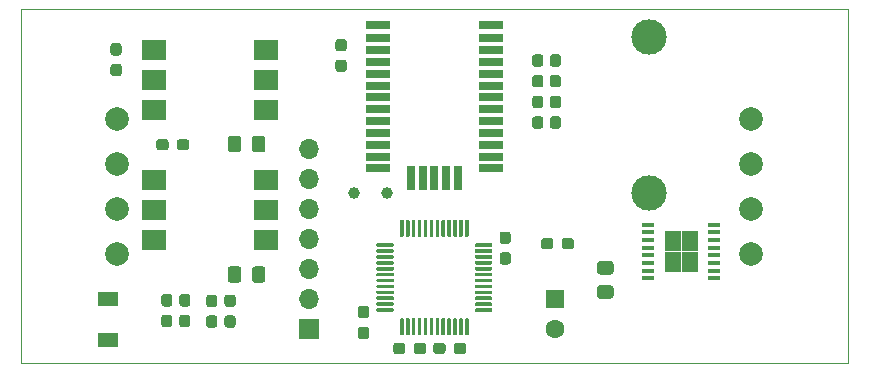
<source format=gts>
%TF.GenerationSoftware,KiCad,Pcbnew,5.1.8-db9833491~88~ubuntu20.04.1*%
%TF.CreationDate,2021-06-21T07:11:52+02:00*%
%TF.ProjectId,chain-oiler,63686169-6e2d-46f6-996c-65722e6b6963,rev?*%
%TF.SameCoordinates,Original*%
%TF.FileFunction,Soldermask,Top*%
%TF.FilePolarity,Negative*%
%FSLAX46Y46*%
G04 Gerber Fmt 4.6, Leading zero omitted, Abs format (unit mm)*
G04 Created by KiCad (PCBNEW 5.1.8-db9833491~88~ubuntu20.04.1) date 2021-06-21 07:11:52*
%MOMM*%
%LPD*%
G01*
G04 APERTURE LIST*
%TA.AperFunction,Profile*%
%ADD10C,0.050000*%
%TD*%
%ADD11R,2.150000X0.700000*%
%ADD12R,0.700000X2.150000*%
%ADD13C,3.000000*%
%ADD14C,1.000000*%
%ADD15O,1.700000X1.700000*%
%ADD16R,1.700000X1.700000*%
%ADD17R,1.700000X1.300000*%
%ADD18C,2.000000*%
%ADD19R,1.050000X0.450000*%
%ADD20R,1.470000X0.895000*%
%ADD21R,2.000000X1.780000*%
%ADD22R,1.600000X1.600000*%
%ADD23C,1.600000*%
G04 APERTURE END LIST*
D10*
X100000000Y-100000000D02*
X100000000Y-130000000D01*
X170000000Y-100000000D02*
X100000000Y-100000000D01*
X170000000Y-130000000D02*
X170000000Y-100000000D01*
X100000000Y-130000000D02*
X170000000Y-130000000D01*
%TO.C,U5*%
G36*
G01*
X132325000Y-127650000D02*
X132175000Y-127650000D01*
G75*
G02*
X132100000Y-127575000I0J75000D01*
G01*
X132100000Y-126250000D01*
G75*
G02*
X132175000Y-126175000I75000J0D01*
G01*
X132325000Y-126175000D01*
G75*
G02*
X132400000Y-126250000I0J-75000D01*
G01*
X132400000Y-127575000D01*
G75*
G02*
X132325000Y-127650000I-75000J0D01*
G01*
G37*
G36*
G01*
X132825000Y-127650000D02*
X132675000Y-127650000D01*
G75*
G02*
X132600000Y-127575000I0J75000D01*
G01*
X132600000Y-126250000D01*
G75*
G02*
X132675000Y-126175000I75000J0D01*
G01*
X132825000Y-126175000D01*
G75*
G02*
X132900000Y-126250000I0J-75000D01*
G01*
X132900000Y-127575000D01*
G75*
G02*
X132825000Y-127650000I-75000J0D01*
G01*
G37*
G36*
G01*
X133325000Y-127650000D02*
X133175000Y-127650000D01*
G75*
G02*
X133100000Y-127575000I0J75000D01*
G01*
X133100000Y-126250000D01*
G75*
G02*
X133175000Y-126175000I75000J0D01*
G01*
X133325000Y-126175000D01*
G75*
G02*
X133400000Y-126250000I0J-75000D01*
G01*
X133400000Y-127575000D01*
G75*
G02*
X133325000Y-127650000I-75000J0D01*
G01*
G37*
G36*
G01*
X133825000Y-127650000D02*
X133675000Y-127650000D01*
G75*
G02*
X133600000Y-127575000I0J75000D01*
G01*
X133600000Y-126250000D01*
G75*
G02*
X133675000Y-126175000I75000J0D01*
G01*
X133825000Y-126175000D01*
G75*
G02*
X133900000Y-126250000I0J-75000D01*
G01*
X133900000Y-127575000D01*
G75*
G02*
X133825000Y-127650000I-75000J0D01*
G01*
G37*
G36*
G01*
X134325000Y-127650000D02*
X134175000Y-127650000D01*
G75*
G02*
X134100000Y-127575000I0J75000D01*
G01*
X134100000Y-126250000D01*
G75*
G02*
X134175000Y-126175000I75000J0D01*
G01*
X134325000Y-126175000D01*
G75*
G02*
X134400000Y-126250000I0J-75000D01*
G01*
X134400000Y-127575000D01*
G75*
G02*
X134325000Y-127650000I-75000J0D01*
G01*
G37*
G36*
G01*
X134825000Y-127650000D02*
X134675000Y-127650000D01*
G75*
G02*
X134600000Y-127575000I0J75000D01*
G01*
X134600000Y-126250000D01*
G75*
G02*
X134675000Y-126175000I75000J0D01*
G01*
X134825000Y-126175000D01*
G75*
G02*
X134900000Y-126250000I0J-75000D01*
G01*
X134900000Y-127575000D01*
G75*
G02*
X134825000Y-127650000I-75000J0D01*
G01*
G37*
G36*
G01*
X135325000Y-127650000D02*
X135175000Y-127650000D01*
G75*
G02*
X135100000Y-127575000I0J75000D01*
G01*
X135100000Y-126250000D01*
G75*
G02*
X135175000Y-126175000I75000J0D01*
G01*
X135325000Y-126175000D01*
G75*
G02*
X135400000Y-126250000I0J-75000D01*
G01*
X135400000Y-127575000D01*
G75*
G02*
X135325000Y-127650000I-75000J0D01*
G01*
G37*
G36*
G01*
X135825000Y-127650000D02*
X135675000Y-127650000D01*
G75*
G02*
X135600000Y-127575000I0J75000D01*
G01*
X135600000Y-126250000D01*
G75*
G02*
X135675000Y-126175000I75000J0D01*
G01*
X135825000Y-126175000D01*
G75*
G02*
X135900000Y-126250000I0J-75000D01*
G01*
X135900000Y-127575000D01*
G75*
G02*
X135825000Y-127650000I-75000J0D01*
G01*
G37*
G36*
G01*
X136325000Y-127650000D02*
X136175000Y-127650000D01*
G75*
G02*
X136100000Y-127575000I0J75000D01*
G01*
X136100000Y-126250000D01*
G75*
G02*
X136175000Y-126175000I75000J0D01*
G01*
X136325000Y-126175000D01*
G75*
G02*
X136400000Y-126250000I0J-75000D01*
G01*
X136400000Y-127575000D01*
G75*
G02*
X136325000Y-127650000I-75000J0D01*
G01*
G37*
G36*
G01*
X136825000Y-127650000D02*
X136675000Y-127650000D01*
G75*
G02*
X136600000Y-127575000I0J75000D01*
G01*
X136600000Y-126250000D01*
G75*
G02*
X136675000Y-126175000I75000J0D01*
G01*
X136825000Y-126175000D01*
G75*
G02*
X136900000Y-126250000I0J-75000D01*
G01*
X136900000Y-127575000D01*
G75*
G02*
X136825000Y-127650000I-75000J0D01*
G01*
G37*
G36*
G01*
X137325000Y-127650000D02*
X137175000Y-127650000D01*
G75*
G02*
X137100000Y-127575000I0J75000D01*
G01*
X137100000Y-126250000D01*
G75*
G02*
X137175000Y-126175000I75000J0D01*
G01*
X137325000Y-126175000D01*
G75*
G02*
X137400000Y-126250000I0J-75000D01*
G01*
X137400000Y-127575000D01*
G75*
G02*
X137325000Y-127650000I-75000J0D01*
G01*
G37*
G36*
G01*
X137825000Y-127650000D02*
X137675000Y-127650000D01*
G75*
G02*
X137600000Y-127575000I0J75000D01*
G01*
X137600000Y-126250000D01*
G75*
G02*
X137675000Y-126175000I75000J0D01*
G01*
X137825000Y-126175000D01*
G75*
G02*
X137900000Y-126250000I0J-75000D01*
G01*
X137900000Y-127575000D01*
G75*
G02*
X137825000Y-127650000I-75000J0D01*
G01*
G37*
G36*
G01*
X139825000Y-125650000D02*
X138500000Y-125650000D01*
G75*
G02*
X138425000Y-125575000I0J75000D01*
G01*
X138425000Y-125425000D01*
G75*
G02*
X138500000Y-125350000I75000J0D01*
G01*
X139825000Y-125350000D01*
G75*
G02*
X139900000Y-125425000I0J-75000D01*
G01*
X139900000Y-125575000D01*
G75*
G02*
X139825000Y-125650000I-75000J0D01*
G01*
G37*
G36*
G01*
X139825000Y-125150000D02*
X138500000Y-125150000D01*
G75*
G02*
X138425000Y-125075000I0J75000D01*
G01*
X138425000Y-124925000D01*
G75*
G02*
X138500000Y-124850000I75000J0D01*
G01*
X139825000Y-124850000D01*
G75*
G02*
X139900000Y-124925000I0J-75000D01*
G01*
X139900000Y-125075000D01*
G75*
G02*
X139825000Y-125150000I-75000J0D01*
G01*
G37*
G36*
G01*
X139825000Y-124650000D02*
X138500000Y-124650000D01*
G75*
G02*
X138425000Y-124575000I0J75000D01*
G01*
X138425000Y-124425000D01*
G75*
G02*
X138500000Y-124350000I75000J0D01*
G01*
X139825000Y-124350000D01*
G75*
G02*
X139900000Y-124425000I0J-75000D01*
G01*
X139900000Y-124575000D01*
G75*
G02*
X139825000Y-124650000I-75000J0D01*
G01*
G37*
G36*
G01*
X139825000Y-124150000D02*
X138500000Y-124150000D01*
G75*
G02*
X138425000Y-124075000I0J75000D01*
G01*
X138425000Y-123925000D01*
G75*
G02*
X138500000Y-123850000I75000J0D01*
G01*
X139825000Y-123850000D01*
G75*
G02*
X139900000Y-123925000I0J-75000D01*
G01*
X139900000Y-124075000D01*
G75*
G02*
X139825000Y-124150000I-75000J0D01*
G01*
G37*
G36*
G01*
X139825000Y-123650000D02*
X138500000Y-123650000D01*
G75*
G02*
X138425000Y-123575000I0J75000D01*
G01*
X138425000Y-123425000D01*
G75*
G02*
X138500000Y-123350000I75000J0D01*
G01*
X139825000Y-123350000D01*
G75*
G02*
X139900000Y-123425000I0J-75000D01*
G01*
X139900000Y-123575000D01*
G75*
G02*
X139825000Y-123650000I-75000J0D01*
G01*
G37*
G36*
G01*
X139825000Y-123150000D02*
X138500000Y-123150000D01*
G75*
G02*
X138425000Y-123075000I0J75000D01*
G01*
X138425000Y-122925000D01*
G75*
G02*
X138500000Y-122850000I75000J0D01*
G01*
X139825000Y-122850000D01*
G75*
G02*
X139900000Y-122925000I0J-75000D01*
G01*
X139900000Y-123075000D01*
G75*
G02*
X139825000Y-123150000I-75000J0D01*
G01*
G37*
G36*
G01*
X139825000Y-122650000D02*
X138500000Y-122650000D01*
G75*
G02*
X138425000Y-122575000I0J75000D01*
G01*
X138425000Y-122425000D01*
G75*
G02*
X138500000Y-122350000I75000J0D01*
G01*
X139825000Y-122350000D01*
G75*
G02*
X139900000Y-122425000I0J-75000D01*
G01*
X139900000Y-122575000D01*
G75*
G02*
X139825000Y-122650000I-75000J0D01*
G01*
G37*
G36*
G01*
X139825000Y-122150000D02*
X138500000Y-122150000D01*
G75*
G02*
X138425000Y-122075000I0J75000D01*
G01*
X138425000Y-121925000D01*
G75*
G02*
X138500000Y-121850000I75000J0D01*
G01*
X139825000Y-121850000D01*
G75*
G02*
X139900000Y-121925000I0J-75000D01*
G01*
X139900000Y-122075000D01*
G75*
G02*
X139825000Y-122150000I-75000J0D01*
G01*
G37*
G36*
G01*
X139825000Y-121650000D02*
X138500000Y-121650000D01*
G75*
G02*
X138425000Y-121575000I0J75000D01*
G01*
X138425000Y-121425000D01*
G75*
G02*
X138500000Y-121350000I75000J0D01*
G01*
X139825000Y-121350000D01*
G75*
G02*
X139900000Y-121425000I0J-75000D01*
G01*
X139900000Y-121575000D01*
G75*
G02*
X139825000Y-121650000I-75000J0D01*
G01*
G37*
G36*
G01*
X139825000Y-121150000D02*
X138500000Y-121150000D01*
G75*
G02*
X138425000Y-121075000I0J75000D01*
G01*
X138425000Y-120925000D01*
G75*
G02*
X138500000Y-120850000I75000J0D01*
G01*
X139825000Y-120850000D01*
G75*
G02*
X139900000Y-120925000I0J-75000D01*
G01*
X139900000Y-121075000D01*
G75*
G02*
X139825000Y-121150000I-75000J0D01*
G01*
G37*
G36*
G01*
X139825000Y-120650000D02*
X138500000Y-120650000D01*
G75*
G02*
X138425000Y-120575000I0J75000D01*
G01*
X138425000Y-120425000D01*
G75*
G02*
X138500000Y-120350000I75000J0D01*
G01*
X139825000Y-120350000D01*
G75*
G02*
X139900000Y-120425000I0J-75000D01*
G01*
X139900000Y-120575000D01*
G75*
G02*
X139825000Y-120650000I-75000J0D01*
G01*
G37*
G36*
G01*
X139825000Y-120150000D02*
X138500000Y-120150000D01*
G75*
G02*
X138425000Y-120075000I0J75000D01*
G01*
X138425000Y-119925000D01*
G75*
G02*
X138500000Y-119850000I75000J0D01*
G01*
X139825000Y-119850000D01*
G75*
G02*
X139900000Y-119925000I0J-75000D01*
G01*
X139900000Y-120075000D01*
G75*
G02*
X139825000Y-120150000I-75000J0D01*
G01*
G37*
G36*
G01*
X137825000Y-119325000D02*
X137675000Y-119325000D01*
G75*
G02*
X137600000Y-119250000I0J75000D01*
G01*
X137600000Y-117925000D01*
G75*
G02*
X137675000Y-117850000I75000J0D01*
G01*
X137825000Y-117850000D01*
G75*
G02*
X137900000Y-117925000I0J-75000D01*
G01*
X137900000Y-119250000D01*
G75*
G02*
X137825000Y-119325000I-75000J0D01*
G01*
G37*
G36*
G01*
X137325000Y-119325000D02*
X137175000Y-119325000D01*
G75*
G02*
X137100000Y-119250000I0J75000D01*
G01*
X137100000Y-117925000D01*
G75*
G02*
X137175000Y-117850000I75000J0D01*
G01*
X137325000Y-117850000D01*
G75*
G02*
X137400000Y-117925000I0J-75000D01*
G01*
X137400000Y-119250000D01*
G75*
G02*
X137325000Y-119325000I-75000J0D01*
G01*
G37*
G36*
G01*
X136825000Y-119325000D02*
X136675000Y-119325000D01*
G75*
G02*
X136600000Y-119250000I0J75000D01*
G01*
X136600000Y-117925000D01*
G75*
G02*
X136675000Y-117850000I75000J0D01*
G01*
X136825000Y-117850000D01*
G75*
G02*
X136900000Y-117925000I0J-75000D01*
G01*
X136900000Y-119250000D01*
G75*
G02*
X136825000Y-119325000I-75000J0D01*
G01*
G37*
G36*
G01*
X136325000Y-119325000D02*
X136175000Y-119325000D01*
G75*
G02*
X136100000Y-119250000I0J75000D01*
G01*
X136100000Y-117925000D01*
G75*
G02*
X136175000Y-117850000I75000J0D01*
G01*
X136325000Y-117850000D01*
G75*
G02*
X136400000Y-117925000I0J-75000D01*
G01*
X136400000Y-119250000D01*
G75*
G02*
X136325000Y-119325000I-75000J0D01*
G01*
G37*
G36*
G01*
X135825000Y-119325000D02*
X135675000Y-119325000D01*
G75*
G02*
X135600000Y-119250000I0J75000D01*
G01*
X135600000Y-117925000D01*
G75*
G02*
X135675000Y-117850000I75000J0D01*
G01*
X135825000Y-117850000D01*
G75*
G02*
X135900000Y-117925000I0J-75000D01*
G01*
X135900000Y-119250000D01*
G75*
G02*
X135825000Y-119325000I-75000J0D01*
G01*
G37*
G36*
G01*
X135325000Y-119325000D02*
X135175000Y-119325000D01*
G75*
G02*
X135100000Y-119250000I0J75000D01*
G01*
X135100000Y-117925000D01*
G75*
G02*
X135175000Y-117850000I75000J0D01*
G01*
X135325000Y-117850000D01*
G75*
G02*
X135400000Y-117925000I0J-75000D01*
G01*
X135400000Y-119250000D01*
G75*
G02*
X135325000Y-119325000I-75000J0D01*
G01*
G37*
G36*
G01*
X134825000Y-119325000D02*
X134675000Y-119325000D01*
G75*
G02*
X134600000Y-119250000I0J75000D01*
G01*
X134600000Y-117925000D01*
G75*
G02*
X134675000Y-117850000I75000J0D01*
G01*
X134825000Y-117850000D01*
G75*
G02*
X134900000Y-117925000I0J-75000D01*
G01*
X134900000Y-119250000D01*
G75*
G02*
X134825000Y-119325000I-75000J0D01*
G01*
G37*
G36*
G01*
X134325000Y-119325000D02*
X134175000Y-119325000D01*
G75*
G02*
X134100000Y-119250000I0J75000D01*
G01*
X134100000Y-117925000D01*
G75*
G02*
X134175000Y-117850000I75000J0D01*
G01*
X134325000Y-117850000D01*
G75*
G02*
X134400000Y-117925000I0J-75000D01*
G01*
X134400000Y-119250000D01*
G75*
G02*
X134325000Y-119325000I-75000J0D01*
G01*
G37*
G36*
G01*
X133825000Y-119325000D02*
X133675000Y-119325000D01*
G75*
G02*
X133600000Y-119250000I0J75000D01*
G01*
X133600000Y-117925000D01*
G75*
G02*
X133675000Y-117850000I75000J0D01*
G01*
X133825000Y-117850000D01*
G75*
G02*
X133900000Y-117925000I0J-75000D01*
G01*
X133900000Y-119250000D01*
G75*
G02*
X133825000Y-119325000I-75000J0D01*
G01*
G37*
G36*
G01*
X133325000Y-119325000D02*
X133175000Y-119325000D01*
G75*
G02*
X133100000Y-119250000I0J75000D01*
G01*
X133100000Y-117925000D01*
G75*
G02*
X133175000Y-117850000I75000J0D01*
G01*
X133325000Y-117850000D01*
G75*
G02*
X133400000Y-117925000I0J-75000D01*
G01*
X133400000Y-119250000D01*
G75*
G02*
X133325000Y-119325000I-75000J0D01*
G01*
G37*
G36*
G01*
X132825000Y-119325000D02*
X132675000Y-119325000D01*
G75*
G02*
X132600000Y-119250000I0J75000D01*
G01*
X132600000Y-117925000D01*
G75*
G02*
X132675000Y-117850000I75000J0D01*
G01*
X132825000Y-117850000D01*
G75*
G02*
X132900000Y-117925000I0J-75000D01*
G01*
X132900000Y-119250000D01*
G75*
G02*
X132825000Y-119325000I-75000J0D01*
G01*
G37*
G36*
G01*
X132325000Y-119325000D02*
X132175000Y-119325000D01*
G75*
G02*
X132100000Y-119250000I0J75000D01*
G01*
X132100000Y-117925000D01*
G75*
G02*
X132175000Y-117850000I75000J0D01*
G01*
X132325000Y-117850000D01*
G75*
G02*
X132400000Y-117925000I0J-75000D01*
G01*
X132400000Y-119250000D01*
G75*
G02*
X132325000Y-119325000I-75000J0D01*
G01*
G37*
G36*
G01*
X131500000Y-120150000D02*
X130175000Y-120150000D01*
G75*
G02*
X130100000Y-120075000I0J75000D01*
G01*
X130100000Y-119925000D01*
G75*
G02*
X130175000Y-119850000I75000J0D01*
G01*
X131500000Y-119850000D01*
G75*
G02*
X131575000Y-119925000I0J-75000D01*
G01*
X131575000Y-120075000D01*
G75*
G02*
X131500000Y-120150000I-75000J0D01*
G01*
G37*
G36*
G01*
X131500000Y-120650000D02*
X130175000Y-120650000D01*
G75*
G02*
X130100000Y-120575000I0J75000D01*
G01*
X130100000Y-120425000D01*
G75*
G02*
X130175000Y-120350000I75000J0D01*
G01*
X131500000Y-120350000D01*
G75*
G02*
X131575000Y-120425000I0J-75000D01*
G01*
X131575000Y-120575000D01*
G75*
G02*
X131500000Y-120650000I-75000J0D01*
G01*
G37*
G36*
G01*
X131500000Y-121150000D02*
X130175000Y-121150000D01*
G75*
G02*
X130100000Y-121075000I0J75000D01*
G01*
X130100000Y-120925000D01*
G75*
G02*
X130175000Y-120850000I75000J0D01*
G01*
X131500000Y-120850000D01*
G75*
G02*
X131575000Y-120925000I0J-75000D01*
G01*
X131575000Y-121075000D01*
G75*
G02*
X131500000Y-121150000I-75000J0D01*
G01*
G37*
G36*
G01*
X131500000Y-121650000D02*
X130175000Y-121650000D01*
G75*
G02*
X130100000Y-121575000I0J75000D01*
G01*
X130100000Y-121425000D01*
G75*
G02*
X130175000Y-121350000I75000J0D01*
G01*
X131500000Y-121350000D01*
G75*
G02*
X131575000Y-121425000I0J-75000D01*
G01*
X131575000Y-121575000D01*
G75*
G02*
X131500000Y-121650000I-75000J0D01*
G01*
G37*
G36*
G01*
X131500000Y-122150000D02*
X130175000Y-122150000D01*
G75*
G02*
X130100000Y-122075000I0J75000D01*
G01*
X130100000Y-121925000D01*
G75*
G02*
X130175000Y-121850000I75000J0D01*
G01*
X131500000Y-121850000D01*
G75*
G02*
X131575000Y-121925000I0J-75000D01*
G01*
X131575000Y-122075000D01*
G75*
G02*
X131500000Y-122150000I-75000J0D01*
G01*
G37*
G36*
G01*
X131500000Y-122650000D02*
X130175000Y-122650000D01*
G75*
G02*
X130100000Y-122575000I0J75000D01*
G01*
X130100000Y-122425000D01*
G75*
G02*
X130175000Y-122350000I75000J0D01*
G01*
X131500000Y-122350000D01*
G75*
G02*
X131575000Y-122425000I0J-75000D01*
G01*
X131575000Y-122575000D01*
G75*
G02*
X131500000Y-122650000I-75000J0D01*
G01*
G37*
G36*
G01*
X131500000Y-123150000D02*
X130175000Y-123150000D01*
G75*
G02*
X130100000Y-123075000I0J75000D01*
G01*
X130100000Y-122925000D01*
G75*
G02*
X130175000Y-122850000I75000J0D01*
G01*
X131500000Y-122850000D01*
G75*
G02*
X131575000Y-122925000I0J-75000D01*
G01*
X131575000Y-123075000D01*
G75*
G02*
X131500000Y-123150000I-75000J0D01*
G01*
G37*
G36*
G01*
X131500000Y-123650000D02*
X130175000Y-123650000D01*
G75*
G02*
X130100000Y-123575000I0J75000D01*
G01*
X130100000Y-123425000D01*
G75*
G02*
X130175000Y-123350000I75000J0D01*
G01*
X131500000Y-123350000D01*
G75*
G02*
X131575000Y-123425000I0J-75000D01*
G01*
X131575000Y-123575000D01*
G75*
G02*
X131500000Y-123650000I-75000J0D01*
G01*
G37*
G36*
G01*
X131500000Y-124150000D02*
X130175000Y-124150000D01*
G75*
G02*
X130100000Y-124075000I0J75000D01*
G01*
X130100000Y-123925000D01*
G75*
G02*
X130175000Y-123850000I75000J0D01*
G01*
X131500000Y-123850000D01*
G75*
G02*
X131575000Y-123925000I0J-75000D01*
G01*
X131575000Y-124075000D01*
G75*
G02*
X131500000Y-124150000I-75000J0D01*
G01*
G37*
G36*
G01*
X131500000Y-124650000D02*
X130175000Y-124650000D01*
G75*
G02*
X130100000Y-124575000I0J75000D01*
G01*
X130100000Y-124425000D01*
G75*
G02*
X130175000Y-124350000I75000J0D01*
G01*
X131500000Y-124350000D01*
G75*
G02*
X131575000Y-124425000I0J-75000D01*
G01*
X131575000Y-124575000D01*
G75*
G02*
X131500000Y-124650000I-75000J0D01*
G01*
G37*
G36*
G01*
X131500000Y-125150000D02*
X130175000Y-125150000D01*
G75*
G02*
X130100000Y-125075000I0J75000D01*
G01*
X130100000Y-124925000D01*
G75*
G02*
X130175000Y-124850000I75000J0D01*
G01*
X131500000Y-124850000D01*
G75*
G02*
X131575000Y-124925000I0J-75000D01*
G01*
X131575000Y-125075000D01*
G75*
G02*
X131500000Y-125150000I-75000J0D01*
G01*
G37*
G36*
G01*
X131500000Y-125650000D02*
X130175000Y-125650000D01*
G75*
G02*
X130100000Y-125575000I0J75000D01*
G01*
X130100000Y-125425000D01*
G75*
G02*
X130175000Y-125350000I75000J0D01*
G01*
X131500000Y-125350000D01*
G75*
G02*
X131575000Y-125425000I0J-75000D01*
G01*
X131575000Y-125575000D01*
G75*
G02*
X131500000Y-125650000I-75000J0D01*
G01*
G37*
%TD*%
D11*
%TO.C,U2*%
X139800000Y-113500000D03*
X139800000Y-112500000D03*
X139800000Y-111500000D03*
X139800000Y-110500000D03*
X139800000Y-109500000D03*
X139800000Y-108500000D03*
X139800000Y-107500000D03*
X139800000Y-106500000D03*
X139800000Y-105500000D03*
X139800000Y-104500000D03*
X139800000Y-103500000D03*
X139800000Y-102500000D03*
X139800000Y-101350000D03*
X130200000Y-101350000D03*
X130200000Y-102500000D03*
X130200000Y-103500000D03*
X130200000Y-104500000D03*
X130200000Y-105500000D03*
X130200000Y-106500000D03*
X130200000Y-107500000D03*
X130200000Y-108500000D03*
X130200000Y-109500000D03*
X130200000Y-110500000D03*
X130200000Y-111500000D03*
X130200000Y-112500000D03*
X130200000Y-113500000D03*
D12*
X133000000Y-114300000D03*
X134000000Y-114300000D03*
X135000000Y-114300000D03*
X136000000Y-114300000D03*
X137000000Y-114300000D03*
%TD*%
D13*
%TO.C,BT1*%
X153175000Y-115600000D03*
X153175000Y-102400000D03*
%TD*%
D14*
%TO.C,TP2*%
X131025000Y-115550000D03*
%TD*%
%TO.C,R8*%
G36*
G01*
X112500000Y-111262500D02*
X112500000Y-111737500D01*
G75*
G02*
X112262500Y-111975000I-237500J0D01*
G01*
X111687500Y-111975000D01*
G75*
G02*
X111450000Y-111737500I0J237500D01*
G01*
X111450000Y-111262500D01*
G75*
G02*
X111687500Y-111025000I237500J0D01*
G01*
X112262500Y-111025000D01*
G75*
G02*
X112500000Y-111262500I0J-237500D01*
G01*
G37*
G36*
G01*
X114250000Y-111262500D02*
X114250000Y-111737500D01*
G75*
G02*
X114012500Y-111975000I-237500J0D01*
G01*
X113437500Y-111975000D01*
G75*
G02*
X113200000Y-111737500I0J237500D01*
G01*
X113200000Y-111262500D01*
G75*
G02*
X113437500Y-111025000I237500J0D01*
G01*
X114012500Y-111025000D01*
G75*
G02*
X114250000Y-111262500I0J-237500D01*
G01*
G37*
%TD*%
%TO.C,R6*%
G36*
G01*
X107812500Y-104650000D02*
X108287500Y-104650000D01*
G75*
G02*
X108525000Y-104887500I0J-237500D01*
G01*
X108525000Y-105462500D01*
G75*
G02*
X108287500Y-105700000I-237500J0D01*
G01*
X107812500Y-105700000D01*
G75*
G02*
X107575000Y-105462500I0J237500D01*
G01*
X107575000Y-104887500D01*
G75*
G02*
X107812500Y-104650000I237500J0D01*
G01*
G37*
G36*
G01*
X107812500Y-102900000D02*
X108287500Y-102900000D01*
G75*
G02*
X108525000Y-103137500I0J-237500D01*
G01*
X108525000Y-103712500D01*
G75*
G02*
X108287500Y-103950000I-237500J0D01*
G01*
X107812500Y-103950000D01*
G75*
G02*
X107575000Y-103712500I0J237500D01*
G01*
X107575000Y-103137500D01*
G75*
G02*
X107812500Y-102900000I237500J0D01*
G01*
G37*
%TD*%
%TO.C,R1*%
G36*
G01*
X126862500Y-104300000D02*
X127337500Y-104300000D01*
G75*
G02*
X127575000Y-104537500I0J-237500D01*
G01*
X127575000Y-105112500D01*
G75*
G02*
X127337500Y-105350000I-237500J0D01*
G01*
X126862500Y-105350000D01*
G75*
G02*
X126625000Y-105112500I0J237500D01*
G01*
X126625000Y-104537500D01*
G75*
G02*
X126862500Y-104300000I237500J0D01*
G01*
G37*
G36*
G01*
X126862500Y-102550000D02*
X127337500Y-102550000D01*
G75*
G02*
X127575000Y-102787500I0J-237500D01*
G01*
X127575000Y-103362500D01*
G75*
G02*
X127337500Y-103600000I-237500J0D01*
G01*
X126862500Y-103600000D01*
G75*
G02*
X126625000Y-103362500I0J237500D01*
G01*
X126625000Y-102787500D01*
G75*
G02*
X126862500Y-102550000I237500J0D01*
G01*
G37*
%TD*%
%TO.C,C2*%
G36*
G01*
X149925001Y-122500000D02*
X149024999Y-122500000D01*
G75*
G02*
X148775000Y-122250001I0J249999D01*
G01*
X148775000Y-121599999D01*
G75*
G02*
X149024999Y-121350000I249999J0D01*
G01*
X149925001Y-121350000D01*
G75*
G02*
X150175000Y-121599999I0J-249999D01*
G01*
X150175000Y-122250001D01*
G75*
G02*
X149925001Y-122500000I-249999J0D01*
G01*
G37*
G36*
G01*
X149925001Y-124550000D02*
X149024999Y-124550000D01*
G75*
G02*
X148775000Y-124300001I0J249999D01*
G01*
X148775000Y-123649999D01*
G75*
G02*
X149024999Y-123400000I249999J0D01*
G01*
X149925001Y-123400000D01*
G75*
G02*
X150175000Y-123649999I0J-249999D01*
G01*
X150175000Y-124300001D01*
G75*
G02*
X149925001Y-124550000I-249999J0D01*
G01*
G37*
%TD*%
D15*
%TO.C,J4*%
X124400000Y-111860000D03*
X124400000Y-114400000D03*
X124400000Y-116940000D03*
X124400000Y-119480000D03*
X124400000Y-122020000D03*
X124400000Y-124560000D03*
D16*
X124400000Y-127100000D03*
%TD*%
%TO.C,C3*%
G36*
G01*
X143987500Y-104900000D02*
X143512500Y-104900000D01*
G75*
G02*
X143275000Y-104662500I0J237500D01*
G01*
X143275000Y-104087500D01*
G75*
G02*
X143512500Y-103850000I237500J0D01*
G01*
X143987500Y-103850000D01*
G75*
G02*
X144225000Y-104087500I0J-237500D01*
G01*
X144225000Y-104662500D01*
G75*
G02*
X143987500Y-104900000I-237500J0D01*
G01*
G37*
G36*
G01*
X143987500Y-106650000D02*
X143512500Y-106650000D01*
G75*
G02*
X143275000Y-106412500I0J237500D01*
G01*
X143275000Y-105837500D01*
G75*
G02*
X143512500Y-105600000I237500J0D01*
G01*
X143987500Y-105600000D01*
G75*
G02*
X144225000Y-105837500I0J-237500D01*
G01*
X144225000Y-106412500D01*
G75*
G02*
X143987500Y-106650000I-237500J0D01*
G01*
G37*
%TD*%
%TO.C,C5*%
G36*
G01*
X145012500Y-107350000D02*
X145487500Y-107350000D01*
G75*
G02*
X145725000Y-107587500I0J-237500D01*
G01*
X145725000Y-108162500D01*
G75*
G02*
X145487500Y-108400000I-237500J0D01*
G01*
X145012500Y-108400000D01*
G75*
G02*
X144775000Y-108162500I0J237500D01*
G01*
X144775000Y-107587500D01*
G75*
G02*
X145012500Y-107350000I237500J0D01*
G01*
G37*
G36*
G01*
X145012500Y-109100000D02*
X145487500Y-109100000D01*
G75*
G02*
X145725000Y-109337500I0J-237500D01*
G01*
X145725000Y-109912500D01*
G75*
G02*
X145487500Y-110150000I-237500J0D01*
G01*
X145012500Y-110150000D01*
G75*
G02*
X144775000Y-109912500I0J237500D01*
G01*
X144775000Y-109337500D01*
G75*
G02*
X145012500Y-109100000I237500J0D01*
G01*
G37*
%TD*%
%TO.C,C6*%
G36*
G01*
X145487500Y-106650000D02*
X145012500Y-106650000D01*
G75*
G02*
X144775000Y-106412500I0J237500D01*
G01*
X144775000Y-105837500D01*
G75*
G02*
X145012500Y-105600000I237500J0D01*
G01*
X145487500Y-105600000D01*
G75*
G02*
X145725000Y-105837500I0J-237500D01*
G01*
X145725000Y-106412500D01*
G75*
G02*
X145487500Y-106650000I-237500J0D01*
G01*
G37*
G36*
G01*
X145487500Y-104900000D02*
X145012500Y-104900000D01*
G75*
G02*
X144775000Y-104662500I0J237500D01*
G01*
X144775000Y-104087500D01*
G75*
G02*
X145012500Y-103850000I237500J0D01*
G01*
X145487500Y-103850000D01*
G75*
G02*
X145725000Y-104087500I0J-237500D01*
G01*
X145725000Y-104662500D01*
G75*
G02*
X145487500Y-104900000I-237500J0D01*
G01*
G37*
%TD*%
%TO.C,C7*%
G36*
G01*
X143512500Y-107350000D02*
X143987500Y-107350000D01*
G75*
G02*
X144225000Y-107587500I0J-237500D01*
G01*
X144225000Y-108162500D01*
G75*
G02*
X143987500Y-108400000I-237500J0D01*
G01*
X143512500Y-108400000D01*
G75*
G02*
X143275000Y-108162500I0J237500D01*
G01*
X143275000Y-107587500D01*
G75*
G02*
X143512500Y-107350000I237500J0D01*
G01*
G37*
G36*
G01*
X143512500Y-109100000D02*
X143987500Y-109100000D01*
G75*
G02*
X144225000Y-109337500I0J-237500D01*
G01*
X144225000Y-109912500D01*
G75*
G02*
X143987500Y-110150000I-237500J0D01*
G01*
X143512500Y-110150000D01*
G75*
G02*
X143275000Y-109912500I0J237500D01*
G01*
X143275000Y-109337500D01*
G75*
G02*
X143512500Y-109100000I237500J0D01*
G01*
G37*
%TD*%
%TO.C,C10*%
G36*
G01*
X135950000Y-128512500D02*
X135950000Y-128987500D01*
G75*
G02*
X135712500Y-129225000I-237500J0D01*
G01*
X135137500Y-129225000D01*
G75*
G02*
X134900000Y-128987500I0J237500D01*
G01*
X134900000Y-128512500D01*
G75*
G02*
X135137500Y-128275000I237500J0D01*
G01*
X135712500Y-128275000D01*
G75*
G02*
X135950000Y-128512500I0J-237500D01*
G01*
G37*
G36*
G01*
X137700000Y-128512500D02*
X137700000Y-128987500D01*
G75*
G02*
X137462500Y-129225000I-237500J0D01*
G01*
X136887500Y-129225000D01*
G75*
G02*
X136650000Y-128987500I0J237500D01*
G01*
X136650000Y-128512500D01*
G75*
G02*
X136887500Y-128275000I237500J0D01*
G01*
X137462500Y-128275000D01*
G75*
G02*
X137700000Y-128512500I0J-237500D01*
G01*
G37*
%TD*%
%TO.C,C11*%
G36*
G01*
X129237500Y-126200000D02*
X128762500Y-126200000D01*
G75*
G02*
X128525000Y-125962500I0J237500D01*
G01*
X128525000Y-125387500D01*
G75*
G02*
X128762500Y-125150000I237500J0D01*
G01*
X129237500Y-125150000D01*
G75*
G02*
X129475000Y-125387500I0J-237500D01*
G01*
X129475000Y-125962500D01*
G75*
G02*
X129237500Y-126200000I-237500J0D01*
G01*
G37*
G36*
G01*
X129237500Y-127950000D02*
X128762500Y-127950000D01*
G75*
G02*
X128525000Y-127712500I0J237500D01*
G01*
X128525000Y-127137500D01*
G75*
G02*
X128762500Y-126900000I237500J0D01*
G01*
X129237500Y-126900000D01*
G75*
G02*
X129475000Y-127137500I0J-237500D01*
G01*
X129475000Y-127712500D01*
G75*
G02*
X129237500Y-127950000I-237500J0D01*
G01*
G37*
%TD*%
D17*
%TO.C,D2*%
X107350000Y-124525000D03*
X107350000Y-128025000D03*
%TD*%
%TO.C,D3*%
G36*
G01*
X117462500Y-124200000D02*
X117937500Y-124200000D01*
G75*
G02*
X118175000Y-124437500I0J-237500D01*
G01*
X118175000Y-125012500D01*
G75*
G02*
X117937500Y-125250000I-237500J0D01*
G01*
X117462500Y-125250000D01*
G75*
G02*
X117225000Y-125012500I0J237500D01*
G01*
X117225000Y-124437500D01*
G75*
G02*
X117462500Y-124200000I237500J0D01*
G01*
G37*
G36*
G01*
X117462500Y-125950000D02*
X117937500Y-125950000D01*
G75*
G02*
X118175000Y-126187500I0J-237500D01*
G01*
X118175000Y-126762500D01*
G75*
G02*
X117937500Y-127000000I-237500J0D01*
G01*
X117462500Y-127000000D01*
G75*
G02*
X117225000Y-126762500I0J237500D01*
G01*
X117225000Y-126187500D01*
G75*
G02*
X117462500Y-125950000I237500J0D01*
G01*
G37*
%TD*%
%TO.C,D4*%
G36*
G01*
X112112500Y-125900000D02*
X112587500Y-125900000D01*
G75*
G02*
X112825000Y-126137500I0J-237500D01*
G01*
X112825000Y-126712500D01*
G75*
G02*
X112587500Y-126950000I-237500J0D01*
G01*
X112112500Y-126950000D01*
G75*
G02*
X111875000Y-126712500I0J237500D01*
G01*
X111875000Y-126137500D01*
G75*
G02*
X112112500Y-125900000I237500J0D01*
G01*
G37*
G36*
G01*
X112112500Y-124150000D02*
X112587500Y-124150000D01*
G75*
G02*
X112825000Y-124387500I0J-237500D01*
G01*
X112825000Y-124962500D01*
G75*
G02*
X112587500Y-125200000I-237500J0D01*
G01*
X112112500Y-125200000D01*
G75*
G02*
X111875000Y-124962500I0J237500D01*
G01*
X111875000Y-124387500D01*
G75*
G02*
X112112500Y-124150000I237500J0D01*
G01*
G37*
%TD*%
D18*
%TO.C,J1*%
X108150000Y-120715000D03*
X108150000Y-116905000D03*
X108150000Y-113095000D03*
X108150000Y-109285000D03*
%TD*%
%TO.C,J2*%
X161850000Y-120715000D03*
X161850000Y-116905000D03*
X161850000Y-113095000D03*
X161850000Y-109285000D03*
%TD*%
%TO.C,R3*%
G36*
G01*
X145775000Y-120112500D02*
X145775000Y-119637500D01*
G75*
G02*
X146012500Y-119400000I237500J0D01*
G01*
X146587500Y-119400000D01*
G75*
G02*
X146825000Y-119637500I0J-237500D01*
G01*
X146825000Y-120112500D01*
G75*
G02*
X146587500Y-120350000I-237500J0D01*
G01*
X146012500Y-120350000D01*
G75*
G02*
X145775000Y-120112500I0J237500D01*
G01*
G37*
G36*
G01*
X144025000Y-120112500D02*
X144025000Y-119637500D01*
G75*
G02*
X144262500Y-119400000I237500J0D01*
G01*
X144837500Y-119400000D01*
G75*
G02*
X145075000Y-119637500I0J-237500D01*
G01*
X145075000Y-120112500D01*
G75*
G02*
X144837500Y-120350000I-237500J0D01*
G01*
X144262500Y-120350000D01*
G75*
G02*
X144025000Y-120112500I0J237500D01*
G01*
G37*
%TD*%
%TO.C,R7*%
G36*
G01*
X118650000Y-110999999D02*
X118650000Y-111900001D01*
G75*
G02*
X118400001Y-112150000I-249999J0D01*
G01*
X117749999Y-112150000D01*
G75*
G02*
X117500000Y-111900001I0J249999D01*
G01*
X117500000Y-110999999D01*
G75*
G02*
X117749999Y-110750000I249999J0D01*
G01*
X118400001Y-110750000D01*
G75*
G02*
X118650000Y-110999999I0J-249999D01*
G01*
G37*
G36*
G01*
X120700000Y-110999999D02*
X120700000Y-111900001D01*
G75*
G02*
X120450001Y-112150000I-249999J0D01*
G01*
X119799999Y-112150000D01*
G75*
G02*
X119550000Y-111900001I0J249999D01*
G01*
X119550000Y-110999999D01*
G75*
G02*
X119799999Y-110750000I249999J0D01*
G01*
X120450001Y-110750000D01*
G75*
G02*
X120700000Y-110999999I0J-249999D01*
G01*
G37*
%TD*%
%TO.C,R9*%
G36*
G01*
X118650000Y-122049999D02*
X118650000Y-122950001D01*
G75*
G02*
X118400001Y-123200000I-249999J0D01*
G01*
X117749999Y-123200000D01*
G75*
G02*
X117500000Y-122950001I0J249999D01*
G01*
X117500000Y-122049999D01*
G75*
G02*
X117749999Y-121800000I249999J0D01*
G01*
X118400001Y-121800000D01*
G75*
G02*
X118650000Y-122049999I0J-249999D01*
G01*
G37*
G36*
G01*
X120700000Y-122049999D02*
X120700000Y-122950001D01*
G75*
G02*
X120450001Y-123200000I-249999J0D01*
G01*
X119799999Y-123200000D01*
G75*
G02*
X119550000Y-122950001I0J249999D01*
G01*
X119550000Y-122049999D01*
G75*
G02*
X119799999Y-121800000I249999J0D01*
G01*
X120450001Y-121800000D01*
G75*
G02*
X120700000Y-122049999I0J-249999D01*
G01*
G37*
%TD*%
%TO.C,R10*%
G36*
G01*
X115912500Y-124200000D02*
X116387500Y-124200000D01*
G75*
G02*
X116625000Y-124437500I0J-237500D01*
G01*
X116625000Y-125012500D01*
G75*
G02*
X116387500Y-125250000I-237500J0D01*
G01*
X115912500Y-125250000D01*
G75*
G02*
X115675000Y-125012500I0J237500D01*
G01*
X115675000Y-124437500D01*
G75*
G02*
X115912500Y-124200000I237500J0D01*
G01*
G37*
G36*
G01*
X115912500Y-125950000D02*
X116387500Y-125950000D01*
G75*
G02*
X116625000Y-126187500I0J-237500D01*
G01*
X116625000Y-126762500D01*
G75*
G02*
X116387500Y-127000000I-237500J0D01*
G01*
X115912500Y-127000000D01*
G75*
G02*
X115675000Y-126762500I0J237500D01*
G01*
X115675000Y-126187500D01*
G75*
G02*
X115912500Y-125950000I237500J0D01*
G01*
G37*
%TD*%
%TO.C,R11*%
G36*
G01*
X113637500Y-124150000D02*
X114112500Y-124150000D01*
G75*
G02*
X114350000Y-124387500I0J-237500D01*
G01*
X114350000Y-124962500D01*
G75*
G02*
X114112500Y-125200000I-237500J0D01*
G01*
X113637500Y-125200000D01*
G75*
G02*
X113400000Y-124962500I0J237500D01*
G01*
X113400000Y-124387500D01*
G75*
G02*
X113637500Y-124150000I237500J0D01*
G01*
G37*
G36*
G01*
X113637500Y-125900000D02*
X114112500Y-125900000D01*
G75*
G02*
X114350000Y-126137500I0J-237500D01*
G01*
X114350000Y-126712500D01*
G75*
G02*
X114112500Y-126950000I-237500J0D01*
G01*
X113637500Y-126950000D01*
G75*
G02*
X113400000Y-126712500I0J237500D01*
G01*
X113400000Y-126137500D01*
G75*
G02*
X113637500Y-125900000I237500J0D01*
G01*
G37*
%TD*%
D19*
%TO.C,U1*%
X158675000Y-122825000D03*
X158675000Y-122175000D03*
X158675000Y-121525000D03*
X158675000Y-120875000D03*
X158675000Y-120225000D03*
X158675000Y-119575000D03*
X158675000Y-118925000D03*
X158675000Y-118275000D03*
X153125000Y-118275000D03*
X153125000Y-118925000D03*
X153125000Y-119575000D03*
X153125000Y-120225000D03*
X153125000Y-120875000D03*
X153125000Y-121525000D03*
X153125000Y-122175000D03*
X153125000Y-122825000D03*
D20*
X155165000Y-119207500D03*
X155165000Y-120102500D03*
X155165000Y-120997500D03*
X155165000Y-121892500D03*
X156635000Y-119207500D03*
X156635000Y-120102500D03*
X156635000Y-120997500D03*
X156635000Y-121892500D03*
%TD*%
D21*
%TO.C,U6*%
X120765000Y-103460000D03*
X111235000Y-108540000D03*
X120765000Y-106000000D03*
X111235000Y-106000000D03*
X120765000Y-108540000D03*
X111235000Y-103460000D03*
%TD*%
%TO.C,U7*%
X111235000Y-114460000D03*
X120765000Y-119540000D03*
X111235000Y-117000000D03*
X120765000Y-117000000D03*
X111235000Y-119540000D03*
X120765000Y-114460000D03*
%TD*%
D22*
%TO.C,C9*%
X145200000Y-124575000D03*
D23*
X145200000Y-127075000D03*
%TD*%
%TO.C,C13*%
G36*
G01*
X133250000Y-128987500D02*
X133250000Y-128512500D01*
G75*
G02*
X133487500Y-128275000I237500J0D01*
G01*
X134062500Y-128275000D01*
G75*
G02*
X134300000Y-128512500I0J-237500D01*
G01*
X134300000Y-128987500D01*
G75*
G02*
X134062500Y-129225000I-237500J0D01*
G01*
X133487500Y-129225000D01*
G75*
G02*
X133250000Y-128987500I0J237500D01*
G01*
G37*
G36*
G01*
X131500000Y-128987500D02*
X131500000Y-128512500D01*
G75*
G02*
X131737500Y-128275000I237500J0D01*
G01*
X132312500Y-128275000D01*
G75*
G02*
X132550000Y-128512500I0J-237500D01*
G01*
X132550000Y-128987500D01*
G75*
G02*
X132312500Y-129225000I-237500J0D01*
G01*
X131737500Y-129225000D01*
G75*
G02*
X131500000Y-128987500I0J237500D01*
G01*
G37*
%TD*%
%TO.C,C15*%
G36*
G01*
X140762500Y-118850000D02*
X141237500Y-118850000D01*
G75*
G02*
X141475000Y-119087500I0J-237500D01*
G01*
X141475000Y-119662500D01*
G75*
G02*
X141237500Y-119900000I-237500J0D01*
G01*
X140762500Y-119900000D01*
G75*
G02*
X140525000Y-119662500I0J237500D01*
G01*
X140525000Y-119087500D01*
G75*
G02*
X140762500Y-118850000I237500J0D01*
G01*
G37*
G36*
G01*
X140762500Y-120600000D02*
X141237500Y-120600000D01*
G75*
G02*
X141475000Y-120837500I0J-237500D01*
G01*
X141475000Y-121412500D01*
G75*
G02*
X141237500Y-121650000I-237500J0D01*
G01*
X140762500Y-121650000D01*
G75*
G02*
X140525000Y-121412500I0J237500D01*
G01*
X140525000Y-120837500D01*
G75*
G02*
X140762500Y-120600000I237500J0D01*
G01*
G37*
%TD*%
D14*
%TO.C,TP3*%
X128200000Y-115600000D03*
%TD*%
M02*

</source>
